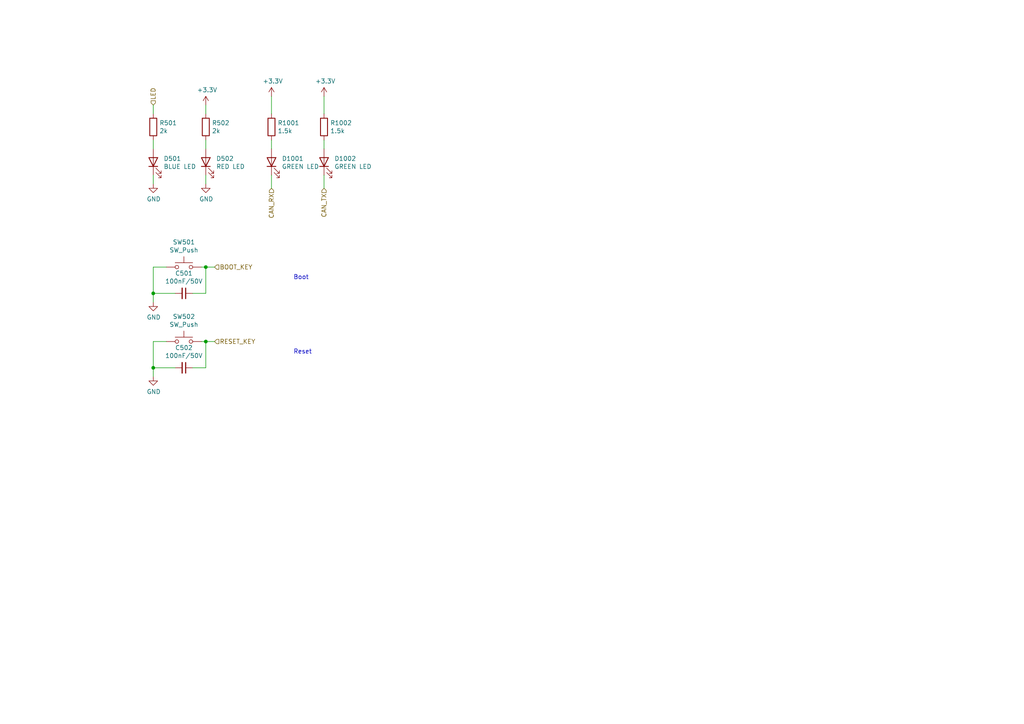
<source format=kicad_sch>
(kicad_sch (version 20230121) (generator eeschema)
  (paper "A4")
  (title_block (title "Hat Labs Marine Engine & Tank interface (HALMET)") (date "2024-01-18") (rev "1.0.1") (company "Hat Labs Ltd") (comment 1 "https://creativecommons.org/licenses/by-sa/4.0") (comment 2 "To view a copy of this license, visit ") (comment 3 "HALMET is licensed under CC BY-SA 4.0."))
  (lib_symbols
    (symbol "Device:C_Small" (pin_numbers hide) (pin_names (offset 0.254) hide)
      (property "Reference" "C" (at 0.254 1.778 0))
      (property "Value" "C_Small" (at 0.254 -2.032 0))
      (symbol "C_Small_0_1"
        (polyline (pts (xy -1.524 -0.508) (xy 1.524 -0.508)) (stroke (width 0.3302)))
        (polyline (pts (xy -1.524 0.508) (xy 1.524 0.508)) (stroke (width 0.3048)))
      )
      (symbol "C_Small_1_1"
        (pin passive line (at 0 2.54 270) (length 2.032) (name "~") (number "1"))
        (pin passive line (at 0 -2.54 90) (length 2.032) (name "~") (number "2"))
      )
    )
    (symbol "Device:LED" (pin_numbers hide) (pin_names (offset 1.016) hide)
      (property "Reference" "D" (at 0 2.54 0))
      (property "Value" "LED" (at 0 -2.54 0))
      (symbol "LED_0_1"
        (polyline (pts (xy -1.27 -1.27) (xy -1.27 1.27)) (stroke (width 0.254)))
        (polyline (pts (xy -1.27 0) (xy 1.27 0)))
        (polyline (pts (xy 1.27 -1.27) (xy 1.27 1.27) (xy -1.27 0) (xy 1.27 -1.27)) (stroke (width 0.254)))
        (polyline (pts (xy -3.048 -0.762) (xy -4.572 -2.286) (xy -3.81 -2.286) (xy -4.572 -2.286) (xy -4.572 -1.524)))
        (polyline (pts (xy -1.778 -0.762) (xy -3.302 -2.286) (xy -2.54 -2.286) (xy -3.302 -2.286) (xy -3.302 -1.524)))
      )
      (symbol "LED_1_1"
        (pin passive line (at -3.81 0 0) (length 2.54) (name "K") (number "1"))
        (pin passive line (at 3.81 0 180) (length 2.54) (name "A") (number "2"))
      )
    )
    (symbol "Device:R" (pin_numbers hide) (pin_names (offset 0))
      (property "Reference" "R" (at 2.032 0 90))
      (property "Value" "R" (at 0 0 90))
      (symbol "R_0_1"
        (rectangle (start -1.016 -2.54) (end 1.016 2.54) (stroke (width 0.254)))
      )
      (symbol "R_1_1"
        (pin passive line (at 0 3.81 270) (length 1.27) (name "~") (number "1"))
        (pin passive line (at 0 -3.81 90) (length 1.27) (name "~") (number "2"))
      )
    )
    (symbol "Switch:SW_Push" (pin_numbers hide) (pin_names (offset 1.016) hide)
      (property "Reference" "SW" (at 1.27 2.54 0))
      (property "Value" "SW_Push" (at 0 -1.524 0))
      (symbol "SW_Push_0_1"
        (circle (center -2.032 0) (radius 0.508))
        (polyline (pts (xy 0 1.27) (xy 0 3.048)))
        (polyline (pts (xy 2.54 1.27) (xy -2.54 1.27)))
        (circle (center 2.032 0) (radius 0.508))
        (pin passive line (at -5.08 0 0) (length 2.54) (name "1") (number "1"))
        (pin passive line (at 5.08 0 180) (length 2.54) (name "2") (number "2"))
      )
    )
    (symbol "power:+3.3V" (power) (pin_names (offset 0))
      (property "Value" "+3.3V" (at 0 3.556 0))
      (symbol "+3.3V_0_1"
        (polyline (pts (xy -0.762 1.27) (xy 0 2.54)))
        (polyline (pts (xy 0 0) (xy 0 2.54)))
        (polyline (pts (xy 0 2.54) (xy 0.762 1.27)))
      )
      (symbol "+3.3V_1_1"
        (pin power_in line (at 0 0 90) (length 0) hide (name "+3.3V") (number "1"))
      )
    )
    (symbol "power:GND" (power) (pin_names (offset 0))
      (property "Value" "GND" (at 0 -3.81 0))
      (symbol "GND_0_1"
        (polyline (pts (xy 0 0) (xy 0 -1.27) (xy 1.27 -1.27) (xy 0 -2.54) (xy -1.27 -1.27) (xy 0 -1.27)))
      )
      (symbol "GND_1_1"
        (pin power_in line (at 0 0 270) (length 0) hide (name "GND") (number "1"))
      )
    )
  )
  (junction (at 44.45 85.09))
  (junction (at 59.69 99.06))
  (junction (at 44.45 106.68))
  (junction (at 59.69 77.47))
  (wire (pts (xy 78.74 40.64) (xy 78.74 43.18)))
  (wire (pts (xy 44.45 85.09) (xy 44.45 77.47)))
  (wire (pts (xy 59.69 106.68) (xy 55.88 106.68)))
  (wire (pts (xy 93.98 40.64) (xy 93.98 43.18)))
  (wire (pts (xy 59.69 40.64) (xy 59.69 43.18)))
  (wire (pts (xy 44.45 30.48) (xy 44.45 33.02)))
  (wire (pts (xy 59.69 53.34) (xy 59.69 50.8)))
  (wire (pts (xy 44.45 40.64) (xy 44.45 43.18)))
  (wire (pts (xy 59.69 99.06) (xy 59.69 106.68)))
  (wire (pts (xy 44.45 87.63) (xy 44.45 85.09)))
  (wire (pts (xy 59.69 77.47) (xy 58.42 77.47)))
  (wire (pts (xy 59.69 99.06) (xy 58.42 99.06)))
  (wire (pts (xy 50.8 106.68) (xy 44.45 106.68)))
  (wire (pts (xy 62.23 77.47) (xy 59.69 77.47)))
  (wire (pts (xy 78.74 27.94) (xy 78.74 33.02)))
  (wire (pts (xy 55.88 85.09) (xy 59.69 85.09)))
  (wire (pts (xy 44.45 53.34) (xy 44.45 50.8)))
  (wire (pts (xy 44.45 77.47) (xy 48.26 77.47)))
  (wire (pts (xy 59.69 85.09) (xy 59.69 77.47)))
  (wire (pts (xy 93.98 27.94) (xy 93.98 33.02)))
  (wire (pts (xy 50.8 85.09) (xy 44.45 85.09)))
  (wire (pts (xy 44.45 99.06) (xy 48.26 99.06)))
  (wire (pts (xy 62.23 99.06) (xy 59.69 99.06)))
  (wire (pts (xy 44.45 109.22) (xy 44.45 106.68)))
  (wire (pts (xy 78.74 50.8) (xy 78.74 54.61)))
  (wire (pts (xy 93.98 50.8) (xy 93.98 54.61)))
  (wire (pts (xy 44.45 106.68) (xy 44.45 99.06)))
  (wire (pts (xy 59.69 30.48) (xy 59.69 33.02)))
  (text "Reset" (at 85.09 102.87 0) (effects (font (size 1.27 1.27)) (justify left bottom)))
  (text "Boot" (at 85.09 81.28 0) (effects (font (size 1.27 1.27)) (justify left bottom)))
  (hierarchical_label "CAN_TX" (shape input) (at 93.98 54.61 270))
  (hierarchical_label "CAN_RX" (shape input) (at 78.74 54.61 270))
  (hierarchical_label "RESET_KEY" (shape input) (at 62.23 99.06 0))
  (hierarchical_label "LED" (shape input) (at 44.45 30.48 90))
  (hierarchical_label "BOOT_KEY" (shape input) (at 62.23 77.47 0))
  (symbol (lib_id "Switch:SW_Push") (at 53.34 77.47 0) (unit 1)
    (property "Reference" "SW501" (at 53.34 70.231 0))
    (property "Value" "SW_Push" (at 53.34 72.5424 0))
    (property "Footprint" "Button_Switch_SMD:SW_SPST_TL3342" (effects hide))
    (property "LCSC" "C318887" (effects hide))
  )
  (symbol (lib_id "Switch:SW_Push") (at 53.34 99.06 0) (unit 1)
    (property "Reference" "SW502" (at 53.34 91.821 0))
    (property "Value" "SW_Push" (at 53.34 94.1324 0))
    (property "Footprint" "Button_Switch_SMD:SW_SPST_TL3342" (effects hide))
    (property "LCSC" "C318887" (effects hide))
  )
  (symbol (lib_id "Device:C_Small") (at 53.34 85.09 270) (unit 1)
    (property "Reference" "C501" (at 53.34 79.2734 90))
    (property "Value" "100nF/50V" (at 53.34 81.5848 90))
    (property "Footprint" "Capacitor_SMD:C_0603_1608Metric" (effects hide))
    (property "LCSC" "C14663" (effects hide))
  )
  (symbol (lib_id "Device:C_Small") (at 53.34 106.68 270) (unit 1)
    (property "Reference" "C502" (at 53.34 100.8634 90))
    (property "Value" "100nF/50V" (at 53.34 103.1748 90))
    (property "Footprint" "Capacitor_SMD:C_0603_1608Metric" (effects hide))
    (property "LCSC" "C14663" (effects hide))
  )
  (symbol (lib_id "power:GND") (at 44.45 87.63 0) (unit 1)
    (property "Reference" "#PWR0502" (effects hide))
    (property "Value" "GND" (at 44.577 92.0242 0))
  )
  (symbol (lib_id "power:GND") (at 44.45 109.22 0) (unit 1)
    (property "Reference" "#PWR0503" (effects hide))
    (property "Value" "GND" (at 44.577 113.6142 0))
  )
  (symbol (lib_id "Device:LED") (at 59.69 46.99 90) (unit 1)
    (property "Reference" "D502" (at 62.6872 45.9994 90) (effects (justify right)))
    (property "Value" "RED LED" (at 62.6872 48.3108 90) (effects (justify right)))
    (property "Footprint" "LED_SMD:LED_0603_1608Metric" (effects hide))
    (property "LCSC" "C2286" (effects hide))
  )
  (symbol (lib_id "Device:R") (at 59.69 36.83 0) (unit 1)
    (property "Reference" "R502" (at 61.468 35.6616 0) (effects (justify left)))
    (property "Value" "2k" (at 61.468 37.973 0) (effects (justify left)))
    (property "Footprint" "Resistor_SMD:R_0402_1005Metric" (effects hide))
    (property "LCSC" "C4109" (effects hide))
  )
  (symbol (lib_id "power:+3.3V") (at 59.69 30.48 0) (unit 1)
    (property "Reference" "#PWR0504" (effects hide))
    (property "Value" "+3.3V" (at 60.071 26.0858 0))
  )
  (symbol (lib_id "power:GND") (at 59.69 53.34 0) (unit 1)
    (property "Reference" "#PWR0505" (effects hide))
    (property "Value" "GND" (at 59.817 57.7342 0))
  )
  (symbol (lib_id "Device:LED") (at 44.45 46.99 90) (unit 1)
    (property "Reference" "D501" (at 47.4472 45.9994 90) (effects (justify right)))
    (property "Value" "BLUE LED" (at 47.4472 48.3108 90) (effects (justify right)))
    (property "Footprint" "LED_SMD:LED_0603_1608Metric" (effects hide))
    (property "LCSC" "C72041" (effects hide))
  )
  (symbol (lib_id "Device:R") (at 44.45 36.83 0) (unit 1)
    (property "Reference" "R501" (at 46.228 35.6616 0) (effects (justify left)))
    (property "Value" "2k" (at 46.228 37.973 0) (effects (justify left)))
    (property "Footprint" "Resistor_SMD:R_0402_1005Metric" (effects hide))
    (property "LCSC" "C4109" (effects hide))
  )
  (symbol (lib_id "power:GND") (at 44.45 53.34 0) (unit 1)
    (property "Reference" "#PWR0501" (effects hide))
    (property "Value" "GND" (at 44.577 57.7342 0))
  )
  (symbol (lib_id "Device:R") (at 93.98 36.83 0) (unit 1)
    (property "Reference" "R1002" (at 95.758 35.6616 0) (effects (justify left)))
    (property "Value" "1.5k" (at 95.758 37.973 0) (effects (justify left)))
    (property "Footprint" "Resistor_SMD:R_0402_1005Metric" (effects hide))
    (property "LCSC" "C25867" (effects hide))
  )
  (symbol (lib_id "power:+3.3V") (at 78.74 27.94 0) (unit 1)
    (property "Reference" "#PWR01005" (effects hide))
    (property "Value" "+3.3V" (at 79.121 23.5458 0))
  )
  (symbol (lib_id "Device:R") (at 78.74 36.83 0) (unit 1)
    (property "Reference" "R1001" (at 80.518 35.6616 0) (effects (justify left)))
    (property "Value" "1.5k" (at 80.518 37.973 0) (effects (justify left)))
    (property "Footprint" "Resistor_SMD:R_0402_1005Metric" (effects hide))
    (property "LCSC" "C25867" (effects hide))
  )
  (symbol (lib_id "Device:LED") (at 93.98 46.99 90) (unit 1)
    (property "Reference" "D1002" (at 96.9772 45.9994 90) (effects (justify right)))
    (property "Value" "GREEN LED" (at 96.9772 48.3108 90) (effects (justify right)))
    (property "Footprint" "LED_SMD:LED_0603_1608Metric" (effects hide))
    (property "LCSC" "C72043" (effects hide))
  )
  (symbol (lib_id "power:+3.3V") (at 93.98 27.94 0) (unit 1)
    (property "Reference" "#PWR01006" (effects hide))
    (property "Value" "+3.3V" (at 94.361 23.5458 0))
  )
  (symbol (lib_id "Device:LED") (at 78.74 46.99 90) (unit 1)
    (property "Reference" "D1001" (at 81.7372 45.9994 90) (effects (justify right)))
    (property "Value" "GREEN LED" (at 81.7372 48.3108 90) (effects (justify right)))
    (property "Footprint" "LED_SMD:LED_0603_1608Metric" (effects hide))
    (property "LCSC" "C72043" (effects hide))
  )
)
</source>
